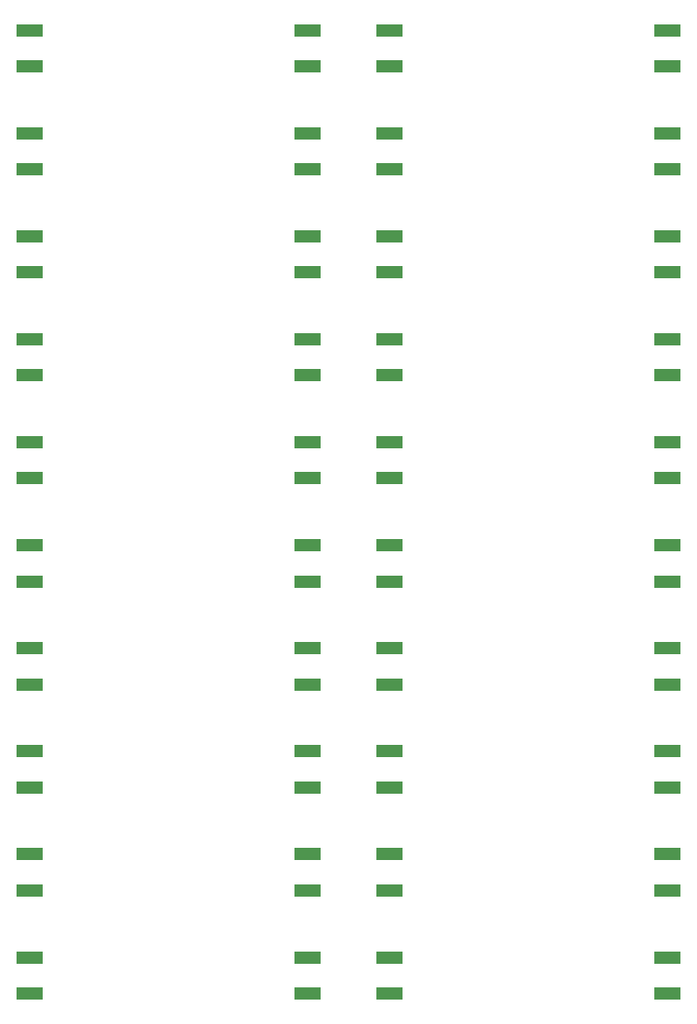
<source format=gtl>
%TF.GenerationSoftware,KiCad,Pcbnew,(5.1.9)-1*%
%TF.CreationDate,2021-03-16T21:43:32+09:00*%
%TF.ProjectId,RoomLightExtensionBoard,526f6f6d-4c69-4676-9874-457874656e73,rev?*%
%TF.SameCoordinates,PX5c81a40PY7b06240*%
%TF.FileFunction,Copper,L1,Top*%
%TF.FilePolarity,Positive*%
%FSLAX46Y46*%
G04 Gerber Fmt 4.6, Leading zero omitted, Abs format (unit mm)*
G04 Created by KiCad (PCBNEW (5.1.9)-1) date 2021-03-16 21:43:32*
%MOMM*%
%LPD*%
G01*
G04 APERTURE LIST*
%TA.AperFunction,ComponentPad*%
%ADD10R,2.500000X1.200000*%
%TD*%
G04 APERTURE END LIST*
D10*
%TO.P,J2,1*%
%TO.N,+12V*%
X42500000Y2250000D03*
%TD*%
%TO.P,J2,1*%
%TO.N,+12V*%
X7500000Y2250000D03*
%TD*%
%TO.P,J2,1*%
%TO.N,+12V*%
X42500000Y12250000D03*
%TD*%
%TO.P,J2,1*%
%TO.N,+12V*%
X7500000Y12250000D03*
%TD*%
%TO.P,J2,1*%
%TO.N,+12V*%
X42500000Y22250000D03*
%TD*%
%TO.P,J2,1*%
%TO.N,+12V*%
X7500000Y22250000D03*
%TD*%
%TO.P,J2,1*%
%TO.N,+12V*%
X42500000Y32250000D03*
%TD*%
%TO.P,J2,1*%
%TO.N,+12V*%
X7500000Y32250000D03*
%TD*%
%TO.P,J2,1*%
%TO.N,+12V*%
X42500000Y42250000D03*
%TD*%
%TO.P,J2,1*%
%TO.N,+12V*%
X7500000Y42250000D03*
%TD*%
%TO.P,J2,1*%
%TO.N,+12V*%
X42500000Y52250000D03*
%TD*%
%TO.P,J2,1*%
%TO.N,+12V*%
X7500000Y52250000D03*
%TD*%
%TO.P,J2,1*%
%TO.N,+12V*%
X42500000Y62250000D03*
%TD*%
%TO.P,J2,1*%
%TO.N,+12V*%
X7500000Y62250000D03*
%TD*%
%TO.P,J2,1*%
%TO.N,+12V*%
X42500000Y72250000D03*
%TD*%
%TO.P,J2,1*%
%TO.N,+12V*%
X7500000Y72250000D03*
%TD*%
%TO.P,J2,1*%
%TO.N,+12V*%
X42500000Y82250000D03*
%TD*%
%TO.P,J2,1*%
%TO.N,+12V*%
X7500000Y82250000D03*
%TD*%
%TO.P,J2,1*%
%TO.N,+12V*%
X42500000Y92250000D03*
%TD*%
%TO.P,J4,1*%
%TO.N,GND*%
X42500000Y5750000D03*
%TD*%
%TO.P,J4,1*%
%TO.N,GND*%
X7500000Y5750000D03*
%TD*%
%TO.P,J4,1*%
%TO.N,GND*%
X42500000Y15750000D03*
%TD*%
%TO.P,J4,1*%
%TO.N,GND*%
X7500000Y15750000D03*
%TD*%
%TO.P,J4,1*%
%TO.N,GND*%
X42500000Y25750000D03*
%TD*%
%TO.P,J4,1*%
%TO.N,GND*%
X7500000Y25750000D03*
%TD*%
%TO.P,J4,1*%
%TO.N,GND*%
X42500000Y35750000D03*
%TD*%
%TO.P,J4,1*%
%TO.N,GND*%
X7500000Y35750000D03*
%TD*%
%TO.P,J4,1*%
%TO.N,GND*%
X42500000Y45750000D03*
%TD*%
%TO.P,J4,1*%
%TO.N,GND*%
X7500000Y45750000D03*
%TD*%
%TO.P,J4,1*%
%TO.N,GND*%
X42500000Y55750000D03*
%TD*%
%TO.P,J4,1*%
%TO.N,GND*%
X7500000Y55750000D03*
%TD*%
%TO.P,J4,1*%
%TO.N,GND*%
X42500000Y65750000D03*
%TD*%
%TO.P,J4,1*%
%TO.N,GND*%
X7500000Y65750000D03*
%TD*%
%TO.P,J4,1*%
%TO.N,GND*%
X42500000Y75750000D03*
%TD*%
%TO.P,J4,1*%
%TO.N,GND*%
X7500000Y75750000D03*
%TD*%
%TO.P,J4,1*%
%TO.N,GND*%
X42500000Y85750000D03*
%TD*%
%TO.P,J4,1*%
%TO.N,GND*%
X7500000Y85750000D03*
%TD*%
%TO.P,J4,1*%
%TO.N,GND*%
X42500000Y95750000D03*
%TD*%
%TO.P,J3,1*%
%TO.N,GND*%
X69500000Y5750000D03*
%TD*%
%TO.P,J3,1*%
%TO.N,GND*%
X34500000Y5750000D03*
%TD*%
%TO.P,J3,1*%
%TO.N,GND*%
X69500000Y15750000D03*
%TD*%
%TO.P,J3,1*%
%TO.N,GND*%
X34500000Y15750000D03*
%TD*%
%TO.P,J3,1*%
%TO.N,GND*%
X69500000Y25750000D03*
%TD*%
%TO.P,J3,1*%
%TO.N,GND*%
X34500000Y25750000D03*
%TD*%
%TO.P,J3,1*%
%TO.N,GND*%
X69500000Y35750000D03*
%TD*%
%TO.P,J3,1*%
%TO.N,GND*%
X34500000Y35750000D03*
%TD*%
%TO.P,J3,1*%
%TO.N,GND*%
X69500000Y45750000D03*
%TD*%
%TO.P,J3,1*%
%TO.N,GND*%
X34500000Y45750000D03*
%TD*%
%TO.P,J3,1*%
%TO.N,GND*%
X69500000Y55750000D03*
%TD*%
%TO.P,J3,1*%
%TO.N,GND*%
X34500000Y55750000D03*
%TD*%
%TO.P,J3,1*%
%TO.N,GND*%
X69500000Y65750000D03*
%TD*%
%TO.P,J3,1*%
%TO.N,GND*%
X34500000Y65750000D03*
%TD*%
%TO.P,J3,1*%
%TO.N,GND*%
X69500000Y75750000D03*
%TD*%
%TO.P,J3,1*%
%TO.N,GND*%
X34500000Y75750000D03*
%TD*%
%TO.P,J3,1*%
%TO.N,GND*%
X69500000Y85750000D03*
%TD*%
%TO.P,J3,1*%
%TO.N,GND*%
X34500000Y85750000D03*
%TD*%
%TO.P,J3,1*%
%TO.N,GND*%
X69500000Y95750000D03*
%TD*%
%TO.P,J1,1*%
%TO.N,+12V*%
X69500000Y2250000D03*
%TD*%
%TO.P,J1,1*%
%TO.N,+12V*%
X34500000Y2250000D03*
%TD*%
%TO.P,J1,1*%
%TO.N,+12V*%
X69500000Y12250000D03*
%TD*%
%TO.P,J1,1*%
%TO.N,+12V*%
X34500000Y12250000D03*
%TD*%
%TO.P,J1,1*%
%TO.N,+12V*%
X69500000Y22250000D03*
%TD*%
%TO.P,J1,1*%
%TO.N,+12V*%
X34500000Y22250000D03*
%TD*%
%TO.P,J1,1*%
%TO.N,+12V*%
X69500000Y32250000D03*
%TD*%
%TO.P,J1,1*%
%TO.N,+12V*%
X34500000Y32250000D03*
%TD*%
%TO.P,J1,1*%
%TO.N,+12V*%
X69500000Y42250000D03*
%TD*%
%TO.P,J1,1*%
%TO.N,+12V*%
X34500000Y42250000D03*
%TD*%
%TO.P,J1,1*%
%TO.N,+12V*%
X69500000Y52250000D03*
%TD*%
%TO.P,J1,1*%
%TO.N,+12V*%
X34500000Y52250000D03*
%TD*%
%TO.P,J1,1*%
%TO.N,+12V*%
X69500000Y62250000D03*
%TD*%
%TO.P,J1,1*%
%TO.N,+12V*%
X34500000Y62250000D03*
%TD*%
%TO.P,J1,1*%
%TO.N,+12V*%
X69500000Y72250000D03*
%TD*%
%TO.P,J1,1*%
%TO.N,+12V*%
X34500000Y72250000D03*
%TD*%
%TO.P,J1,1*%
%TO.N,+12V*%
X69500000Y82250000D03*
%TD*%
%TO.P,J1,1*%
%TO.N,+12V*%
X34500000Y82250000D03*
%TD*%
%TO.P,J1,1*%
%TO.N,+12V*%
X69500000Y92250000D03*
%TD*%
%TO.P,J1,1*%
%TO.N,+12V*%
X34500000Y92250000D03*
%TD*%
%TO.P,J2,1*%
%TO.N,+12V*%
X7500000Y92250000D03*
%TD*%
%TO.P,J3,1*%
%TO.N,GND*%
X34500000Y95750000D03*
%TD*%
%TO.P,J4,1*%
%TO.N,GND*%
X7500000Y95750000D03*
%TD*%
M02*

</source>
